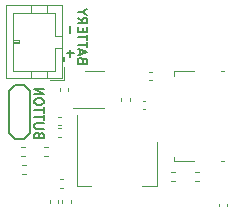
<source format=gbr>
%TF.GenerationSoftware,KiCad,Pcbnew,(6.0.0)*%
%TF.CreationDate,2022-03-25T10:48:22+03:00*%
%TF.ProjectId,Ringturnpage,52696e67-7475-4726-9e70-6167652e6b69,rev?*%
%TF.SameCoordinates,Original*%
%TF.FileFunction,Legend,Bot*%
%TF.FilePolarity,Positive*%
%FSLAX46Y46*%
G04 Gerber Fmt 4.6, Leading zero omitted, Abs format (unit mm)*
G04 Created by KiCad (PCBNEW (6.0.0)) date 2022-03-25 10:48:22*
%MOMM*%
%LPD*%
G01*
G04 APERTURE LIST*
%ADD10C,0.200000*%
%ADD11C,0.120000*%
%ADD12C,0.150000*%
G04 APERTURE END LIST*
D10*
X140904761Y-84137142D02*
X140295238Y-84137142D01*
X140600000Y-84441904D02*
X140600000Y-83832380D01*
X137977142Y-91059523D02*
X137939047Y-90945238D01*
X137900952Y-90907142D01*
X137824761Y-90869047D01*
X137710476Y-90869047D01*
X137634285Y-90907142D01*
X137596190Y-90945238D01*
X137558095Y-91021428D01*
X137558095Y-91326190D01*
X138358095Y-91326190D01*
X138358095Y-91059523D01*
X138320000Y-90983333D01*
X138281904Y-90945238D01*
X138205714Y-90907142D01*
X138129523Y-90907142D01*
X138053333Y-90945238D01*
X138015238Y-90983333D01*
X137977142Y-91059523D01*
X137977142Y-91326190D01*
X138358095Y-90526190D02*
X137710476Y-90526190D01*
X137634285Y-90488095D01*
X137596190Y-90450000D01*
X137558095Y-90373809D01*
X137558095Y-90221428D01*
X137596190Y-90145238D01*
X137634285Y-90107142D01*
X137710476Y-90069047D01*
X138358095Y-90069047D01*
X138358095Y-89802380D02*
X138358095Y-89345238D01*
X137558095Y-89573809D02*
X138358095Y-89573809D01*
X138358095Y-89192857D02*
X138358095Y-88735714D01*
X137558095Y-88964285D02*
X138358095Y-88964285D01*
X138358095Y-88316666D02*
X138358095Y-88164285D01*
X138320000Y-88088095D01*
X138243809Y-88011904D01*
X138091428Y-87973809D01*
X137824761Y-87973809D01*
X137672380Y-88011904D01*
X137596190Y-88088095D01*
X137558095Y-88164285D01*
X137558095Y-88316666D01*
X137596190Y-88392857D01*
X137672380Y-88469047D01*
X137824761Y-88507142D01*
X138091428Y-88507142D01*
X138243809Y-88469047D01*
X138320000Y-88392857D01*
X138358095Y-88316666D01*
X137558095Y-87630952D02*
X138358095Y-87630952D01*
X137558095Y-87173809D01*
X138358095Y-87173809D01*
X140577142Y-81855238D02*
X140577142Y-82464761D01*
X141647142Y-84750000D02*
X141609047Y-84635714D01*
X141570952Y-84597619D01*
X141494761Y-84559523D01*
X141380476Y-84559523D01*
X141304285Y-84597619D01*
X141266190Y-84635714D01*
X141228095Y-84711904D01*
X141228095Y-85016666D01*
X142028095Y-85016666D01*
X142028095Y-84750000D01*
X141990000Y-84673809D01*
X141951904Y-84635714D01*
X141875714Y-84597619D01*
X141799523Y-84597619D01*
X141723333Y-84635714D01*
X141685238Y-84673809D01*
X141647142Y-84750000D01*
X141647142Y-85016666D01*
X141456666Y-84254761D02*
X141456666Y-83873809D01*
X141228095Y-84330952D02*
X142028095Y-84064285D01*
X141228095Y-83797619D01*
X142028095Y-83645238D02*
X142028095Y-83188095D01*
X141228095Y-83416666D02*
X142028095Y-83416666D01*
X142028095Y-83035714D02*
X142028095Y-82578571D01*
X141228095Y-82807142D02*
X142028095Y-82807142D01*
X141647142Y-82311904D02*
X141647142Y-82045238D01*
X141228095Y-81930952D02*
X141228095Y-82311904D01*
X142028095Y-82311904D01*
X142028095Y-81930952D01*
X141228095Y-81130952D02*
X141609047Y-81397619D01*
X141228095Y-81588095D02*
X142028095Y-81588095D01*
X142028095Y-81283333D01*
X141990000Y-81207142D01*
X141951904Y-81169047D01*
X141875714Y-81130952D01*
X141761428Y-81130952D01*
X141685238Y-81169047D01*
X141647142Y-81207142D01*
X141609047Y-81283333D01*
X141609047Y-81588095D01*
X141609047Y-80635714D02*
X141228095Y-80635714D01*
X142028095Y-80902380D02*
X141609047Y-80635714D01*
X142028095Y-80369047D01*
D11*
%TO.C,R1*%
X144930000Y-87906359D02*
X144930000Y-88213641D01*
X145690000Y-87906359D02*
X145690000Y-88213641D01*
%TO.C,R5*%
X151206359Y-94950000D02*
X151513641Y-94950000D01*
X151206359Y-94190000D02*
X151513641Y-94190000D01*
%TO.C,C2*%
X146957836Y-88870000D02*
X146742164Y-88870000D01*
X146957836Y-88150000D02*
X146742164Y-88150000D01*
%TO.C,R2*%
X136436359Y-92110000D02*
X136743641Y-92110000D01*
X136436359Y-92870000D02*
X136743641Y-92870000D01*
%TO.C,C9*%
X139807836Y-90230000D02*
X139592164Y-90230000D01*
X139807836Y-89510000D02*
X139592164Y-89510000D01*
%TO.C,R3*%
X138396359Y-92110000D02*
X138703641Y-92110000D01*
X138396359Y-92870000D02*
X138703641Y-92870000D01*
%TO.C,J1*%
X153400000Y-93270000D02*
X153660000Y-93270000D01*
X149350000Y-93270000D02*
X149350000Y-92890000D01*
X151120000Y-85650000D02*
X149350000Y-85650000D01*
X149350000Y-85650000D02*
X149350000Y-86030000D01*
X149350000Y-93270000D02*
X151120000Y-93270000D01*
X153660000Y-85650000D02*
X153400000Y-85650000D01*
%TO.C,U1*%
X142657500Y-88750000D02*
X140857500Y-88750000D01*
X142657500Y-85630000D02*
X141857500Y-85630000D01*
X142657500Y-88750000D02*
X143457500Y-88750000D01*
X142657500Y-85630000D02*
X143457500Y-85630000D01*
%TO.C,C8*%
X139602164Y-91210000D02*
X139817836Y-91210000D01*
X139602164Y-90490000D02*
X139817836Y-90490000D01*
%TO.C,R4*%
X149156359Y-94940000D02*
X149463641Y-94940000D01*
X149156359Y-94180000D02*
X149463641Y-94180000D01*
%TO.C,C5*%
X139910000Y-96612164D02*
X139910000Y-96827836D01*
X140630000Y-96612164D02*
X140630000Y-96827836D01*
%TO.C,J4*%
X139300000Y-80710000D02*
X139300000Y-82660000D01*
X139300000Y-83660000D02*
X139300000Y-85610000D01*
X135190000Y-86220000D02*
X135190000Y-80100000D01*
X139300000Y-85610000D02*
X135800000Y-85610000D01*
X139910000Y-83660000D02*
X139300000Y-83660000D01*
X138600000Y-86220000D02*
X138600000Y-85610000D01*
X135800000Y-83160000D02*
X136300000Y-83160000D01*
X140070000Y-86380000D02*
X138865000Y-86380000D01*
X136300000Y-83060000D02*
X135800000Y-83060000D01*
X135800000Y-80710000D02*
X139300000Y-80710000D01*
X137300000Y-80100000D02*
X137300000Y-80710000D01*
X140070000Y-85270000D02*
X140070000Y-86380000D01*
X139910000Y-86220000D02*
X135190000Y-86220000D01*
X140110000Y-84460000D02*
X140110000Y-84760000D01*
X139300000Y-82660000D02*
X139910000Y-82660000D01*
X139910000Y-80100000D02*
X139910000Y-86220000D01*
X135800000Y-85610000D02*
X135800000Y-80710000D01*
X135190000Y-80100000D02*
X139910000Y-80100000D01*
X135800000Y-83260000D02*
X136300000Y-83260000D01*
X140110000Y-84760000D02*
X139910000Y-84760000D01*
X139910000Y-84460000D02*
X140110000Y-84460000D01*
X140010000Y-84460000D02*
X140010000Y-84760000D01*
X136300000Y-83260000D02*
X136300000Y-83060000D01*
X137300000Y-86220000D02*
X137300000Y-85610000D01*
X138600000Y-80100000D02*
X138600000Y-80710000D01*
%TO.C,C3*%
X139700000Y-87122164D02*
X139700000Y-87337836D01*
X140420000Y-87122164D02*
X140420000Y-87337836D01*
%TO.C,C4*%
X139987836Y-94820000D02*
X139772164Y-94820000D01*
X139987836Y-95540000D02*
X139772164Y-95540000D01*
%TO.C,C7*%
X153910000Y-97097836D02*
X153910000Y-96882164D01*
X153190000Y-97097836D02*
X153190000Y-96882164D01*
%TO.C,U2*%
X147960000Y-91630000D02*
X147960000Y-95390000D01*
X147960000Y-95390000D02*
X146700000Y-95390000D01*
X141140000Y-95390000D02*
X142400000Y-95390000D01*
X141140000Y-89380000D02*
X141140000Y-95390000D01*
D12*
%TO.C,J5*%
X136705000Y-86815000D02*
X135905000Y-86815000D01*
X135405000Y-87315000D02*
X135405000Y-90915000D01*
X135405000Y-90915000D02*
X135905000Y-91415000D01*
X136705000Y-91415000D02*
X137205000Y-90915000D01*
X135905000Y-91415000D02*
X136705000Y-91415000D01*
X137205000Y-87315000D02*
X136705000Y-86815000D01*
X137205000Y-90915000D02*
X137205000Y-87315000D01*
X135905000Y-86815000D02*
X135405000Y-87315000D01*
D11*
%TO.C,R6*%
X136853641Y-93630000D02*
X136546359Y-93630000D01*
X136853641Y-94390000D02*
X136546359Y-94390000D01*
%TO.C,C1*%
X147517836Y-85700000D02*
X147302164Y-85700000D01*
X147517836Y-86420000D02*
X147302164Y-86420000D01*
%TO.C,C6*%
X138890000Y-96817836D02*
X138890000Y-96602164D01*
X139610000Y-96817836D02*
X139610000Y-96602164D01*
%TD*%
M02*

</source>
